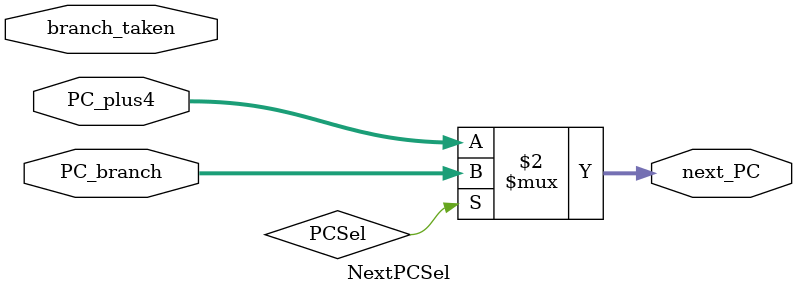
<source format=v>
module NextPCSel(
    input [31:0] PC_plus4,
    input [31:0] PC_branch,       //  PC + immediate
    input branch_taken,                  
    output [31:0] next_PC
);
    assign next_PC = (PCSel == 1'b0) ? PC_plus4 : PC_branch;
endmodule

</source>
